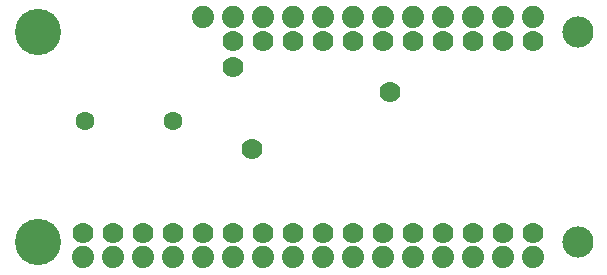
<source format=gbr>
G04 EAGLE Gerber RS-274X export*
G75*
%MOMM*%
%FSLAX34Y34*%
%LPD*%
%INSoldermask Bottom*%
%IPPOS*%
%AMOC8*
5,1,8,0,0,1.08239X$1,22.5*%
G01*
%ADD10C,2.641600*%
%ADD11C,3.911600*%
%ADD12C,1.879600*%
%ADD13C,1.601600*%
%ADD14C,1.778000*%


D10*
X482600Y203200D03*
X482600Y25400D03*
D11*
X25400Y203200D03*
X25400Y25400D03*
D12*
X165100Y215900D03*
X190500Y215900D03*
X215900Y215900D03*
X241300Y215900D03*
X266700Y215900D03*
X292100Y215900D03*
X317500Y215900D03*
X342900Y215900D03*
X368300Y215900D03*
X393700Y215900D03*
X419100Y215900D03*
X444500Y215900D03*
X165100Y12700D03*
X190500Y12700D03*
X215900Y12700D03*
X241300Y12700D03*
X266700Y12700D03*
X292100Y12700D03*
X317500Y12700D03*
X342900Y12700D03*
X368300Y12700D03*
X393700Y12700D03*
X419100Y12700D03*
X444500Y12700D03*
X139700Y12700D03*
X114300Y12700D03*
X88900Y12700D03*
X63500Y12700D03*
D13*
X139830Y128270D03*
X65330Y128270D03*
D14*
X190500Y195580D03*
X215900Y195580D03*
X241300Y195580D03*
X266700Y195580D03*
X292100Y195580D03*
X317500Y195580D03*
X342900Y195580D03*
X368300Y195580D03*
X393700Y195580D03*
X419100Y195580D03*
X444500Y195580D03*
X444500Y33020D03*
X419100Y33020D03*
X393700Y33020D03*
X368300Y33020D03*
X342900Y33020D03*
X317500Y33020D03*
X292100Y33020D03*
X266700Y33020D03*
X241300Y33020D03*
X215900Y33020D03*
X190500Y33020D03*
X165100Y33020D03*
X139700Y33020D03*
X114300Y33020D03*
X88900Y33020D03*
X63500Y33020D03*
X190500Y173990D03*
X323850Y152400D03*
X207010Y104140D03*
M02*

</source>
